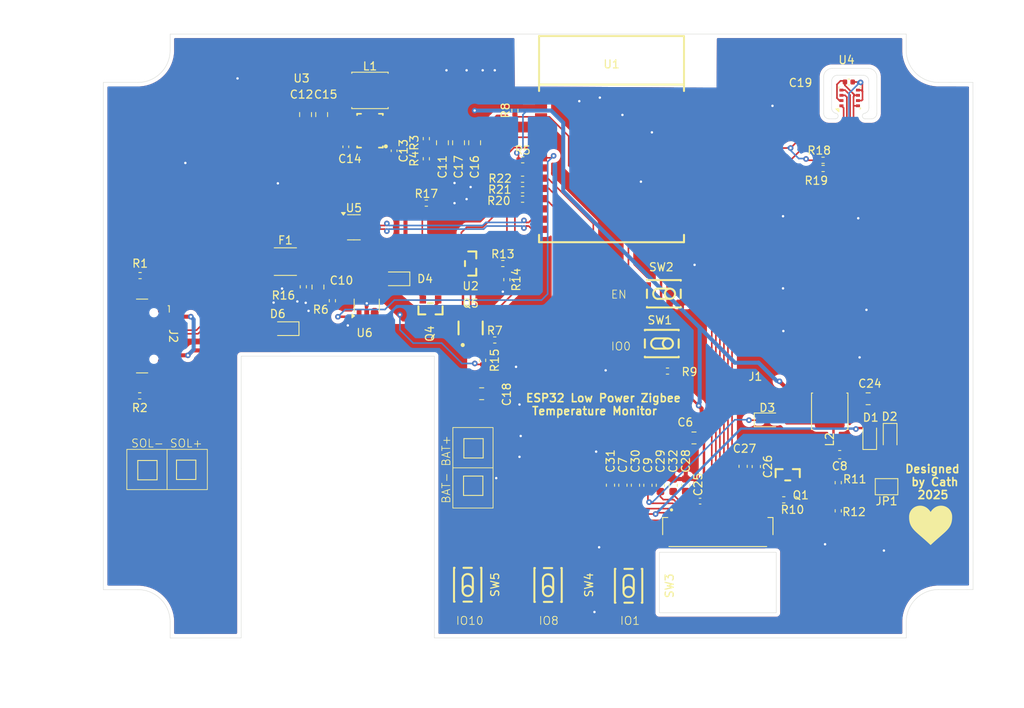
<source format=kicad_pcb>
(kicad_pcb (version 20241229) (generator "pcbnew") (generator_version "9.0")
  (layers (0 "F.Cu" signal) (2 "B.Cu" signal) (13 "F.Paste" user) (15 "B.Paste" user) (5 "F.SilkS" user "F.Silkscreen") (7 "B.SilkS" user "B.Silkscreen") (1 "F.Mask" user) (3 "B.Mask" user) (25 "Edge.Cuts" user))
  (net 0 "")
  (net 1 "VBATT")
  (net 2 "GND")
  (net 3 "+3.3V")
  (net 4 "VGL")
  (net 5 "EPD_V")
  (net 6 "Net-(D1-K)")
  (net 7 "VGH")
  (net 8 "VBUS")
  (net 9 "Net-(D4-K)")
  (net 10 "Net-(U3-VINA)")
  (net 11 "Net-(U3-PS{slash}SYNC)")
  (net 12 "Net-(J1-NC)")
  (net 13 "Net-(J1-VSH2)")
  (net 14 "Net-(J1-VDD)")
  (net 15 "Net-(J1-VSH)")
  (net 16 "Net-(J1-VSL)")
  (net 17 "Net-(J1-VCOM)")
  (net 18 "Net-(J1-VPP)")
  (net 19 "VSOLAR")
  (net 20 "Net-(F1-Pad1)")
  (net 21 "SCLK")
  (net 22 "DC")
  (net 23 "BUSYN")
  (net 24 "IO9")
  (net 25 "RESE")
  (net 26 "CS")
  (net 27 "RSTN")
  (net 28 "GDR")
  (net 29 "D-")
  (net 30 "Net-(J2-CC2)")
  (net 31 "D+")
  (net 32 "Net-(J2-CC1)")
  (net 33 "RESE'")
  (net 34 "Net-(U3-L1)")
  (net 35 "Net-(U3-L2)")
  (net 36 "BatteryLevelEN")
  (net 37 "Net-(U3-FB)")
  (net 38 "IO7")
  (net 39 "Net-(U6-PROG)")
  (net 40 "Net-(U2-DELAY{slash}M_DRV)")
  (net 41 "EN")
  (net 42 "BatteryLevelADC")
  (net 43 "TPS_EN")
  (net 44 "SDA")
  (net 45 "SCL")
  (net 47 "DONE")
  (net 49 "DU+")
  (net 50 "DU-")
  (net 56 "Net-(Q5-D)")
  (net 60 "BTN2")
  (net 61 "BTN1")
  (net 62 "BTN0")
  (footprint "Diode_SMD:D_SOD-323" (layer "F.Cu") (at 194.07 107.985 90)
    (property "Reference" "D1")
    (property "Value" "1N5819 SOD323")
  )
  (footprint "Capacitor_SMD:C_0603_1608Metric" (layer "F.Cu") (at 164.97 114.03 -90)
    (property "Reference" "C30")
    (property "Value" "1uF")
  )
  (footprint "easyeda2kicad:SOT-23_L2.9-W1.3-P1.90-LS2.4-BR" (layer "F.Cu") (at 144.5 86.5 180)
    (property "Reference" "Q5")
    (property "Value" "IRLML9301TRPBF")
  )
  (footprint "Resistor_SMD:R_0402_1005Metric" (layer "F.Cu") (at 127.33 91.12 -90)
    (property "Reference" "R6")
    (property "Value" "2K")
  )
  (footprint "Capacitor_SMD:C_0805_2012Metric" (layer "F.Cu") (at 143 71.5 -90)
    (property "Reference" "C17")
    (property "Value" "22uF")
  )
  (footprint "Diode_SMD:D_SOD-323" (layer "F.Cu") (at 196.6 107.9675 -90)
    (property "Reference" "D2")
    (property "Value" "1N5819 SOD323")
  )
  (footprint "Fuse:Fuse_1812_4532Metric" (layer "F.Cu") (at 121.4925 86.26)
    (property "Reference" "F1")
    (property "Value" "PFMF.050.1")
  )
  (footprint "Package_TO_SOT_SMD:SOT-23-5" (layer "F.Cu") (at 131.5975 91.71 90)
    (property "Reference" "U6")
    (property "Value" "MCP73831-2-OT")
  )
  (footprint "TestPoint:TestPoint_Pad_2.0x2.0mm" (layer "F.Cu") (at 109.17 112.12 -90)
    (property "Reference" "TP3" (hide yes))
    (property "Value" "Solar+")
  )
  (footprint "Resistor_SMD:R_0402_1005Metric" (layer "F.Cu") (at 190.1575 117.215 -90)
    (property "Reference" "R12")
    (property "Value" "2.2")
  )
  (footprint "Diode_SMD:D_SOD-323" (layer "F.Cu") (at 121.57 94.59 180)
    (property "Reference" "D6")
    (property "Value" "1N5819 SOD323")
  )
  (footprint "easyeda2kicad:SOT-23_L2.9-W1.3-P1.90-LS2.4-BR" (layer "F.Cu") (at 183.88 112.735 -90)
    (property "Reference" "Q1")
    (property "Value" "2N7002-SOT23")
  )
  (footprint "Capacitor_SMD:C_0603_1608Metric" (layer "F.Cu") (at 179.980556 111.710091 -90)
    (property "Reference" "C26")
    (property "Value" "1uF")
  )
  (footprint "fooprints_2:MOLEX_5034802400" (layer "F.Cu") (at 175.2 119.845)
    (property "Reference" "J1")
    (property "Value" "Conn_01x24_Pin")
  )
  (footprint "LOGO" (layer "F.Cu") (at 201.63 119.02)
    (property "Reference" "G***" (hide yes))
    (property "Value" "LOGO" (hide yes))
  )
  (footprint "Capacitor_SMD:C_0805_2012Metric" (layer "F.Cu") (at 145 71.5 -90)
    (property "Reference" "C16")
    (property "Value" "22uF")
  )
  (footprint "easyeda2kicad:VSON-14_L4.0-W3.0-P0.50-BL-EP_TI_DSJ" (layer "F.Cu") (at 132 70 90)
    (property "Reference" "U3")
    (property "Value" "TPS63020")
  )
  (footprint "easyeda2kicad:SOT-23_L2.9-W1.3-P1.90-LS2.4-BR" (layer "F.Cu") (at 139.517053 92.115632 90)
    (property "Reference" "Q4")
    (property "Value" "IRLML9301TRPBF")
  )
  (footprint "Capacitor_SMD:C_0603_1608Metric" (layer "F.Cu") (at 163.41 114.03 -90)
    (property "Reference" "C7")
    (property "Value" "1uF")
  )
  (footprint "Capacitor_SMD:C_0805_2012Metric" (layer "F.Cu") (at 125.54 89.42 -90)
    (property "Reference" "C10")
    (property "Value" "4.7uF")
  )
  (footprint "Resistor_SMD:R_0402_1005Metric" (layer "F.Cu") (at 103.4025 102.93)
    (property "Reference" "R2")
    (property "Value" "5.1K")
  )
  (footprint "easyeda2kicad:SW-SMD_4P-L4.2-W3.3-P2.15-LS5.1" (layer "F.Cu") (at 164.120092 126.521894 -90)
    (property "Reference" "SW3")
    (property "Value" "TS-1089S-02526")
  )
  (footprint "Resistor_SMD:R_0402_1005Metric" (layer "F.Cu") (at 188.27 73.675)
    (property "Reference" "R18")
    (property "Value" "10k")
  )
  (footprint "Jumper:SolderJumper-2_P1.3mm_Open_TrianglePad1.0x1.5mm" (layer "F.Cu") (at 196.1575 114.215 180)
    (property "Reference" "JP1")
    (property "Value" "Jumper_2_Open")
  )
  (footprint "Capacitor_SMD:C_0805_2012Metric" (layer "F.Cu") (at 193.87 103.295 180)
    (property "Reference" "C24")
    (property "Value" "10uF")
  )
  (footprint "Resistor_SMD:R_0402_1005Metric" (layer "F.Cu") (at 150.969249 73.614968)
    (property "Reference" "R5")
    (property "Value" "200R")
  )
  (footprint "Resistor_SMD:R_0402_1005Metric" (layer "F.Cu") (at 145.99 98.52 90)
    (property "Reference" "R15")
    (property "Value" "15K")
  )
  (footprint "Capacitor_SMD:C_0805_2012Metric" (layer "F.Cu") (at 141 71.5 -90)
    (property "Reference" "C11")
    (property "Value" "22uF")
  )
  (footprint "Resistor_SMD:R_0402_1005Metric" (layer "F.Cu") (at 150 67.49 90)
    (property "Reference" "R8")
    (property "Value" "10k")
  )
  (footprint "Resistor_SMD:R_0402_1005Metric" (layer "F.Cu") (at 147.5 96)
    (property "Reference" "R7")
    (property "Value" "22K")
  )
  (footprint "Diode_SMD:D_SOD-323" (layer "F.Cu") (at 135.3375 88.4 180)
    (property "Reference" "D4")
    (property "Value" "1N5819")
  )
  (footprint "Capacitor_SMD:C_0603_1608Metric" (layer "F.Cu") (at 169.66 114.04 -90)
    (property "Reference" "C32")
    (property "Value" "1uF")
  )
  (footprint "TestPoint:TestPoint_Pad_2.0x2.0mm" (layer "F.Cu") (at 144.86 109.45 180)
    (property "Reference" "TP2" (hide yes))
    (property "Value" "Battery+")
  )
  (footprint "Capacitor_SMD:C_0603_1608Metric" (layer "F.Cu") (at 171.22 114.03 -90)
    (property "Reference" "C28")
    (property "Value" "1uF")
  )
  (footprint "Capacitor_SMD:C_0603_1608Metric" (layer "F.Cu") (at 178.345456 111.684936 -90)
    (property "Reference" "C27")
    (property "Value" "1uF")
  )
  (footprint "TestPoint:TestPoint_Pad_2.0x2.0mm" (layer "F.Cu") (at 104.36 112.16 -90)
    (property "Reference" "TP4" (hide yes))
    (property "Value" "Solar-")
  )
  (footprint "Package_LGA:Bosch_LGA-8_2.5x2.5mm_P0.65mm_ClockwisePinNumbering" (layer "F.Cu") (at 191.58 65.935 90)
    (property "Reference" "U4")
    (property "Value" "BME280")
  )
  (footprint "easyeda2kicad:SW-SMD_4P-L4.2-W3.3-P2.15-LS5.1" (layer "F.Cu") (at 154.117124 126.422847 -90)
    (property "Reference" "SW4")
    (property "Value" "TS-1089S-02526")
  )
  (footprint "Resistor_SMD:R_0402_1005Metric" (layer "F.Cu") (at 148.5 86.5)
    (property "Reference" "R13")
    (property "Value" "100K")
  )
  (footprint "Capacitor_SMD:C_0402_1005Metric" (layer "F.Cu") (at 129 72 -90)
    (property "Reference" "C14")
    (property "Value" "100nF")
  )
  (footprint "Inductor_SMD:L_APV_ANR4030" (layer "F.Cu") (at 189.1 104.845 -90)
    (property "Reference" "L2")
    (property "Value" "68uH")
  )
  (footprint "Resistor_SMD:R_0402_1005Metric" (layer "F.Cu") (at 190.1575 113.715 90)
    (property "Reference" "R11")
    (property "Value" "0.47")
  )
  (footprint "easyeda2kicad:WIRELM-SMD_ESP32-C6-WROOM-1" (layer "F.Cu") (at 162 74)
    (property "Reference" "U1")
    (property "Value" "ESP32-C6-WROOM-1-N4")
  )
  (footprint "Capacitor_SMD:C_0805_2012Metric" (layer "F.Cu") (at 145.87 102.67)
    (property "Reference" "C18")
    (property "Value" "4.7uF")
  )
  (footprint "Resistor_SMD:R_0402_1005Metric" (layer "F.Cu") (at 150.95 76.03 180)
    (property "Reference" "R22")
    (property "Value" "10k")
  )
  (footprint "easyeda2kicad:SW-SMD_4P-L4.2-W3.3-P2.15-LS5.1" (layer "F.Cu") (at 168.497127 90.255699)
    (property "Reference" "SW2")
    (property "Value" "TS-1089S-02526")
  )
  (footprint "Package_TO_SOT_SMD:SOT-23-6" (layer "F.Cu") (at 130 82)
    (property "Reference" "U5")
    (property "Value" "USBLC6-2SC6")
  )
  (footprint "Resistor_SMD:R_0402_1005Metric" (layer "F.Cu") (at 150.96 77.33 180)
    (property "Reference" "R21")
    (property "Value" "10k")
  )
  (footprint "Resistor_SMD:R_0402_1005Metric" (layer "F.Cu") (at 139 70.99 -90)
    (property "Reference" "R3")
    (property "Value" "1M")
  )
  (footprint "Capacitor_SMD:C_0603_1608Metric" (layer "F.Cu") (at 190.34 110.235 180)
    (property "Reference" "C8")
    (property "Value" "1uF")
  )
  (footprint "Capacitor_SMD:C_0805_2012Metric" (layer "F.Cu") (at 124 68 90)
    (property "Reference" "C12")
    (property "Value" "22uF")
  )
  (footprint "Resistor_SMD:R_0402_1005Metric" (layer "F.Cu") (at 149 88.5 -90)
    (property "Reference" "R14")
    (property "Value" "100K")
  )
  (footprint "easyeda2kicad:SW-SMD_4P-L4.2-W3.3-P2.15-LS5.1" (layer "F.Cu") (at 144.136729 126.391405 -90)
    (property "Reference" "SW5")
    (property "Value" "TS-1089S-02526")
  )
  (footprint "Capacitor_SMD:C_0805_2012Metric" (layer "F.Cu") (at 172.24 108.16)
    (property "Reference" "C6")
    (property "Value" "4.7uF")
  )
  (footprint "Resistor_SMD:R_0402_1005Metric" (layer "F.Cu") (at 168.952709 99.859048)
    (property "Reference" "R9")
    (property "Value" "10k")
  )
  (footprint "Resistor_SMD:R_0402_1005Metric" (layer "F.Cu") (at 139 73.49 -90)
    (property "Reference" "R4")
    (property "Value" "180k")
  )
  (footprint "Capacitor_SMD:C_0603_1608Metric" (layer "F.Cu") (at 161.87 114.03 -90)
    (property "Reference" "C31")
    (property "Value" "1uF")
  )
  (footprint "Resistor_SMD:R_0402_1005Metric" (layer "F.Cu") (at 183.39 115.845 180)
    (property "Reference" "R10")
    (property "Value" "10k")
  )
  (footprint "Capacitor_SMD:C_0603_1608Metric" (layer "F.Cu") (at 166.52 114.04 -90)
    (property "Reference" "C9")
    (property "Value" "1uF")
  )
  (footprint "Capacitor_SMD:C_0603_1608Metric" (layer "F.Cu") (at 168.07 114.04 -90)
    (property "Reference" "C29")
    (property "Value" "1uF")
  )
  (footprint "Resistor_SMD:R_0402_1005Metric" (layer "F.Cu") (at 103.45 88 180)
    (property "Reference" "R1")
    (property "Value" "5.1K")
  )
  (footprint "easyeda2kicad:SW-SMD_4P-L4.2-W3.3-P2.15-LS5.1" (layer "F.Cu") (at 168.241088 96.436067)
    (property "Reference" "SW1")
    (property "Value" "TS-1089S-02526")
  )
  (footprint "Capacitor_SMD:C_0402_1005Metric" (layer "F.Cu") (at 191.47 63.955)
    (property "Reference" "C19")
    (property "Value" "100nF")
  )
  (footprint "Resistor_SMD:R_0402_1005Metric" (layer "F.Cu") (at 188.28 74.695 180)
    (property "Reference" "R19")
    (property "Value" "10k")
  )
  (footprint "TestPoint:TestPoint_Pad_2.0x2.0mm" (layer "F.Cu") (at 144.82 114.1 180)
    (property "Reference" "TP1" (hide yes))
    (property "Value" "Battery-")
  )
  (footprint "Resistor_SMD:R_0402_1005Metric" (layer "F.Cu") (at 150.95 78.51 180)
    (property "Reference" "R20")
    (property "Value" "10k")
  )
  (footprint "Capacitor_SMD:C_0805_2012Metric" (layer "F.Cu") (at 126 68 90)
    (property "Reference" "C15")
    (property "Value" "22uF")
  )
  (footprint "Connector_USB:USB_C_Receptacle_GCT_USB4110" (layer "F.Cu") (at 102.56 95.5 -90)
    (property "Reference" "J2")
    (property "Value" "USB_C_Receptacle_USB2.0_14P")
  )
  (footprint "easyeda2kicad:TSOT-23-6_L2.9-W1.6-P0.95-LS2.8-BL" (layer "F.Cu") (at 144.5 94.5)
    (property "Reference" "U2")
    (property "Value" "TPL5111DDCR")
  )
  (footprint "Diode_SMD:D_SOD-323" (layer "F.Cu") (at 181.34 105.915)
    (property "Reference" "D3")
    (property "Value" "1N5819 SOD323")
  )
  (footprint "Resistor_SMD:R_0402_1005Metric" (layer "F.Cu") (at 139 79)
    (property "Reference" "R17")
    (property "Value" "100k")
  )
  (footprint "Capacitor_SMD:C_0402_1005Metric" (layer "F.Cu") (at 173 116.01)
    (property "Reference" "C25")
    (property "Value" "100nF")
  )
  (footprint "Inductor_SMD:L_APV_ANR4030" (layer "F.Cu") (at 132 65)
    (property "Reference" "L1")
    (property "Value" "1.5uH")
  )
  (footprint "Capacitor_SMD:C_0402_1005Metric" (layer "F.Cu") (at 135 72.5 -90)
    (property "Reference" "C13")
    (property "Value" "100nF")
  )
  (footprint "Resistor_SMD:R_0402_1005Metric" (layer "F.Cu") (at 123.72 89.39 -90)
    (property "Reference" "R16")
    (property "Value" "100K")
  )
  (gr_line (start 106.8 109.58) (end 106.8 114.58) (stroke (width 0.1)) (layer "F.SilkS"))
  (gr_line (start 142.29 111.87) (end 147.29 111.87) (stroke (width 0.1)) (layer "F.SilkS"))
  (gr_rect (start 142.29 106.87) (end 147.29 116.87) (stroke (width 0.1)) (fill no) (layer "F.SilkS"))
  (gr_rect (start 101.8 109.58) (end 111.8 114.58) (stroke (width 0.1)) (fill no) (layer "F.SilkS"))
  (gr_line (start 189.79 68.532767) (end 189.05 68.532767) (stroke (width 0.05)) (layer "Edge.Cuts"))
  (gr_line (start 140 98) (end 116 98) (stroke (width 0.05)) (layer "Edge.Cuts"))
  (gr_line (start 193.957107 63.82566) (end 193.97 67.155) (stroke (width 0.05)) (layer "Edge.Cuts"))
  (gr_line (start 198.61 133) (end 140 133) (stroke (width 0.05)) (layer "Edge.Cuts"))
  (gr_arc (start 189.342893 63.82566) (mid 189.550847 63.323614) (end 190.052893 63.11566) (stroke (width 0.05)) (layer "Edge.Cuts"))
  (gr_line (start 198.61 130.9975) (end 198.61 133) (stroke (width 0.05)) (layer "Edge.Cuts"))
  (gr_line (start 182.45 122.37) (end 182.45 129.87) (stroke (width 0.05)) (layer "Edge.Cuts"))
  (gr_line (start 189.403553 62.265) (end 193.896447 62.265) (stroke (width 0.05)) (layer "Edge.Cuts"))
  (gr_arc (start 193.97 67.155) (mid 193.84228 67.563136) (end 193.504688 67.82566) (stroke (width 0.05)) (layer "Edge.Cuts"))
  (gr_arc (start 107.18 60.0025) (mid 106.006963 62.834463) (end 103.175 64.0075) (stroke (width 0.05)) (layer "Edge.Cuts"))
  (gr_line (start 98.89 64.01) (end 103.175 64.0075) (stroke (width 0.05)) (layer "Edge.Cuts"))
  (gr_arc (start 189.79 67.825659) (mid 190.143554 68.179213) (end 189.79 68.532767) (stroke (width 0.05)) (layer "Edge.Cuts"))
  (gr_line (start 107.18 133.01) (end 116 133) (stroke (width 0.05)) (layer "Edge.Cuts"))
  (gr_line (start 116 112) (end 116 133) (stroke (width 0.05)) (layer "Edge.Cuts"))
  (gr_line (start 98.89 64.01) (end 98.89 127) (stroke (width 0.05)) (layer "Edge.Cuts"))
  (gr_line (start 189.342893 63.82566) (end 189.324688 67.154999) (stroke (width 0.05)) (layer "Edge.Cuts"))
  (gr_line (start 206.89 64.0075) (end 202.605 64.005) (stroke (width 0.05)) (layer "Edge.Cuts"))
  (gr_arc (start 202.605 64.005) (mid 199.773037 62.831963) (end 198.6 60) (stroke (width 0.05)) (layer "Edge.Cuts"))
  (gr_arc (start 103.175 127.0025) (mid 106.006963 128.175537) (end 107.18 131.0075) (stroke (width 0.05)) (layer "Edge.Cuts"))
  (gr_line (start 190.05 63.118553) (end 193.25 63.118553) (stroke (width 0.05)) (layer "Edge.Cuts"))
  (gr_arc (start 193.247107 63.11566) (mid 193.749153 63.323614) (end 193.957107 63.82566) (stroke (width 0.05)) (layer "Edge.Cuts"))
  (gr_arc (start 193.896447 62.265) (mid 194.646447 62.57566) (end 194.957107 63.32566) (stroke (width 0.05)) (layer "Edge.Cuts"))
  (gr_line (start 116 98) (end 116 112) (stroke (width 0.05)) (layer "Edge.Cuts"))
  (gr_line (start 167.95 122.37) (end 182.45 122.37) (stroke (width 0.05)) (layer "Edge.Cuts"))
  (gr_line (start 107.18 60.0025) (end 107.18 58) (stroke (width 0.05)) (layer "Edge.Cuts"))
  (gr_arc (start 198.61 130.9975) (mid 199.783037 128.165537) (end 202.615 126.9925) (stroke (width 0.05)) (layer "Edge.Cuts"))
  (gr_line (start 198.6 60) (end 198.6 57.9975) (stroke (width 0.05)) (layer "Edge.Cuts"))
  (gr_line (start 206.9 126.99) (end 202.615 126.9925) (stroke (width 0.05)) (layer "Edge.Cuts"))
  (gr_line (start 188.342893 63.32566) (end 188.342893 67.82566) (stroke (width 0.05)) (layer "Edge.Cuts"))
  (gr_line (start 107.18 131.0075) (end 107.18 133.01) (stroke (width 0.05)) (layer "Edge.Cuts"))
  (gr_arc (start 188.342893 63.32566) (mid 188.653553 62.57566) (end 189.403553 62.265) (stroke (width 0.05)) (layer "Edge.Cuts"))
  (gr_arc (start 189.79 67.825659) (mid 189.452408 67.563135) (end 189.324688 67.154999) (stroke (width 0.05)) (layer "Edge.Cuts"))
  (gr_line (start 167.95 122.37) (end 167.95 129.87) (stroke (width 0.05)) (layer "Edge.Cuts"))
  (gr_line (start 194.957107 63.32566) (end 194.957107 67.82566) (stroke (width 0.05)) (layer "Edge.Cuts"))
  (gr_line (start 167.95 129.87) (end 182.45 129.87) (stroke (width 0.05)) (layer "Edge.Cuts"))
  (gr_line (start 140 133) (end 140 98) (stroke (width 0.05)) (layer "Edge.Cuts"))
  (gr_arc (start 193.504741 68.532768) (mid 193.151187 68.179214) (end 193.504741 67.82566) (stroke (width 0.05)) (layer "Edge.Cuts"))
  (gr_line (start 193.51 68.532767) (end 194.25 68.532767) (stroke (width 0.05)) (layer "Edge.Cuts"))
  (gr_arc (start 189.05 68.532767) (mid 188.55 68.32566) (end 188.342893 67.82566) (stroke (width 0.05)) (layer "Edge.Cuts"))
  (gr_line (start 206.89 64.0075) (end 206.899785 126.9925) (stroke (width 0.05)) (layer "Edge.Cuts"))
  (gr_line (start 107.18 58) (end 198.6 57.9975) (stroke (width 0.05)) (layer "Edge.Cuts"))
  (gr_arc (start 194.957107 67.82566) (mid 194.75 68.32566) (end 194.25 68.532767) (stroke (width 0.05)) (layer "Edge.Cuts"))
  (gr_line (start 98.89 127) (end 103.175 127.0025) (stroke (width 0.05)) (layer "Edge.Cuts"))
  (gr_text "SOL- SOL+" (at 102.28 109.41 0) (layer "F.SilkS") (effects (font (size 1 1) (thickness 0.1)) (justify left bottom)))
  (gr_text "IO10         IO8          IO1" (at 142.61 131.45 0) (layer "F.SilkS") (effects (font (size 1 1) (thickness 0.1)) (justify left bottom)))
  (gr_text "ESP32 Low Power Zigbee\n Temperature Monitor" (at 151.26 105.4 0) (layer "F.SilkS") (effects (font (size 1 1) (thickness 0.2) (bold yes)) (justify left bottom)))
  (gr_text "Designed \n by Cath\n  2025\n\n\n" (at 198.36 119.04 0) (layer "F.SilkS") (effects (font (size 1 1) (thickness 0.2) (bold yes)) (justify left bottom)))
  (gr_text "BAT- BAT+" (at 142.05 116.38 90) (layer "F.SilkS") (effects (font (size 1 1) (thickness 0.1)) (justify left bottom)))
  (gr_text "EN\n\n\n\nIO0" (at 161.86 97.37 0) (layer "F.SilkS") (effects (font (size 1 1) (thickness 0.1)) (justify left bottom)))
  (segment (start 132.5475 93.9075) (end 132.5475 92.8475) (width 0.5) (layer "F.Cu") (net 1))
  (segment (start 132.57 93.93) (end 132.5475 93.9075) (width 0.5) (layer "F.Cu") (net 1))
  (segment (start 132.5475 93.509999) (end 132.5475 92.8475) (width 0.5) (layer "F.Cu") (net 1))
  (segment (start 143.55 87.65) (end 143.35 87.45) (width 0.3) (layer "F.Cu") (net 1))
  (segment (start 139.517053 93.265632) (end 139.517053 95.649963) (width 0.5) (layer "F.Cu") (net 1))
  (segment (start 132.57 95.01) (end 132.57 93.93) (width 0.5) (layer "F.Cu") (net 1))
  (segment (start 143.55 93.3) (end 143.55 87.65) (width 0.3) (layer "F.Cu") (net 1))
  (segment (start 143.46 95.79) (end 143.55 95.7) (width 0.5) (layer "F.Cu") (net 1))
  (segment (start 139.517053 95.649963) (end 139.869228 96.002138) (width 0.5) (layer "F.Cu") (net 1))
  (segment (start 193.17 65.148) (end 193.156 65.134) (width 0.2) (layer "F.Cu") (net 2))
  (segment (start 133 71) (end 132 70) (width 0.2) (layer "F.Cu") (net 2))
  (segment (start 191.95 63.955) (end 192.88 63.955) (width 0.2) (layer "F.Cu") (net 2))
  (segment (start 144.5 95.7) (end 144.5 95.173) (width 0.2) (layer "F.Cu") (net 2))
  (segment (start 190.828 69.267) (end 190.828 67.183) (width 0.2) (layer "F.Cu") (net 2))
  (segment (start 193.156 65.134) (end 192.982 64.96) (width 0.2) (layer "F.Cu") (net 2))
  (segment (start 177.45 119.81) (end 177.18 120.08) (width 0.3) (layer "F.Cu") (net 2))
  (segment (start 192.88 63.955) (end 192.89 63.965) (width 0.2) (layer "F.Cu") (net 2))
  (segment (start 193.156 64.231) (end 193.156 65.134) (width 0.2) (layer "F.Cu") (net 2))
  (segment (start 129.524999 82) (end 130 81.524999) (width 0.2) (layer "F.Cu") (net 2))
  (segment (start 193.156 66.159) (end 193.17 66.145) (width 0.2) (layer "F.Cu") (net 2))
  (segment (start 177.45 118.345) (end 177.45 119.81) (width 0.3) (layer "F.Cu") (net 2))
  (segment (start 149 89.01) (end 149 89.5) (width 0.2) (layer "F.Cu") (net 2))
  (segment (start 192.89 63.965) (end 192.93 64.005) (width 0.2) (layer "F.Cu") (net 2))
  (segment (start 145.173 94.5) (end 146.5 94.5) (width 0.2) (layer "F.Cu") (net 2))
  (segment (start 144.5 95.173) (end 145.173 94.5) (width 0.2) (layer "F.Cu") (net 2))
  (segment (start 192.982 64.96) (end 192.605 64.96) (width 0.2) (layer "F.Cu") (net 2))
  (segment (start 190.828 67.183) (end 190.555 66.91) (width 0.2) (layer "F.Cu") (net 2))
  (segment (start 131.5975 93.509999) (end 130.919738 94.187761) (width 0.3) (layer "F.Cu") (net 2))
  (segment (start 193.055 66.26) (end 193.156 66.159) (width 0.2) (layer "F.Cu") (net 2))
  (segment (start 130.919738 94.187761) (end 129.247875 94.187761) (width 0.3) (layer "F.Cu") (net 2))
  (segment (start 133.45 71) (end 133 71) (width 0.2) (layer "F.Cu") (net 2))
  (segment (start 149 89.5) (end 148.5 90) (width 0.2) (layer "F.Cu") (net 2))
  (segment (start 172.95 118.345) (end 172.95 119.48) (width 0.3) (layer "F.Cu") (net 2))
  (segment (start 128.8625 82) (end 129.524999 82) (width 0.2) (layer "F.Cu") (net 2))
  (segment (start 193.17 66.145) (end 193.17 65.148) (width 0.2) (layer "F.Cu") (net 2))
  (segment (start 190.2 69.895) (end 190.828 69.267) (width 0.2) (layer "F.Cu") (net 2))
  (segment (start 131.5975 92.8475) (end 131.5975 93.509999) (width 0.3) (layer "F.Cu") (net 2))
  (segment (start 192.605 66.26) (end 193.055 66.26) (width 0.2) (layer "F.Cu") (net 2))
  (segment (start 172.95 119.48) (end 172.51 119.92) (width 0.3) (layer "F.Cu") (net 2))
  (segment (start 130 81.524999) (end 130 79) (width 0.2) (layer "F.Cu") (net 2))
  (segment (start 192.93 64.005) (end 193.156 64.231) (width 0.2) (layer "F.Cu") (net 2))
  (via (at 181.99 66.915) (size 0.7) (drill 0.3) (layers "F.Cu" "B.Cu") (net 2))
  (via (at 165.65 76.335) (size 0.7) (drill 0.3) (layers "F.Cu" "B.Cu") (net 2))
  (via (at 172.315021 86.666052) (size 0.7) (drill 0.3) (layers "F.Cu" "B.Cu") (net 2))
  (via (at 147.68 113.15) (size 0.7) (drill 0.3) (layers "F.Cu" "B.Cu") (net 2))
  (via (at 147.5 62.5) (size 0.7) (drill 0.3) (layers "F.Cu" "B.Cu") (net 2))
  (via (at 120.03 91.35) (size 0.7) (drill 0.3) (layers "F.Cu" "B.Cu") (net 2))
  (via (at 160.46 121.74) (size 0.7) (drill 0.3) (layers "F.Cu" "B.Cu") (net 2))
  (via (at 150.14 99.33) (size 0.7) (drill 0.3) (layers "F.Cu" "B.Cu") (net 2))
  (via (at 183.3 80.625) (size 0.7) (drill 0.3) (layers "F.Cu" "B.Cu") (net 2))
  (via (at 124.37 92.38) (size 0.7) (drill 0.3) (layers "F.Cu" "B.Cu") (net 2))
  (via (at 157.995672 66.334858) (size 0.7) (drill 0.3) (layers "F.Cu" "B.Cu") (net 2))
  (via (at 192.93 64.005) (size 0.7) (drill 0.3) (layers "F.Cu" "B.Cu") (net 2))
  (via (at 160.09 109.865) (size 0.7) (drill 0.3) (layers "F.Cu" "B.Cu") (net 2))
  (via (at 142.5 79) (size 0.7) (drill 0.3) (layers "F.Cu" "B.Cu") (net 2))
  (via (at 150.57 110.51) (size 0.7) (drill 0.3) (layers "F.Cu" "B.Cu") (net 2))
  (via (at 183.3 89.585) (size 0.7) (drill 0.3) (layers "F.Cu" "B.Cu") (net 2))
  (via (at 188.52 121.365) (size 0.7) (drill 0.3) (layers "F.Cu" "B.Cu") (net 2))
  (via (at 150.57 104.01) (size 0.7) (drill 0.3) (layers "F.Cu" "B.Cu") (net 2))
  (via (at 146 62.5) (size 0.7) (drill 0.3) (layers "F.Cu" "B.Cu") (net 2))
  (via (at 131.6 91.44) (size 0.7) (drill 0.3) (layers "F.Cu" "B.Cu") (net 2))
  (via (at 144 62.5) (size 0.7) (drill 0.3) (layers "F.Cu" "B.Cu") (net 2))
  (via (at 161.27 99.765) (size 0.7) (drill 0.3) (layers "F.Cu" "B.Cu") (net 2))
  (via (at 150.72 107.92) (size 0.7) (drill 0.3) (layers "F.Cu" "B.Cu") (net 2))
  (via (at 124.02 91.38) (size 0.7) (drill 0.3) (layers "F.Cu" "B.Cu") (net 2))
  (via (at 120.56 76.54) (size 0.7) (drill 0.3) (layers "F.Cu" "B.Cu") (net 2))
  (via (at 195.83 122.15) (size 0.7) (drill 0.3) (layers "F.Cu" "B.Cu") (net 2))
  (via (at 192.81 98.155) (size 0.7) (drill 0.3) (layers "F.Cu" "B.Cu") (net 2))
  (via (at 192.64 80.875) (size 0.7) (drill 0.3) (layers "F.Cu" "B.Cu") (net 2))
  (via (at 141.5 62.5) (size 0.7) (drill 0.3) (layers "F.Cu" "B.Cu") (net 2))
  (via (at 144.5 77) (size 0.7) (drill 0.3) (layers "F.Cu" "B.Cu") (net 2))
  (via (at 183.34 94.885) (size 0.7) (drill 0.3) (layers "F.Cu" "B.Cu") (net 2))
  (via (at 122.98 91.21) (size 0.7) (drill 0.3) (layers "F.Cu" "B.Cu") (net 2))
  (via (at 159.88 129.78) (size 0.7) (drill 0.3) (layers "F.Cu" "B.Cu") (net 2))
  (via (at 144 78.5) (size 0.7) (drill 0.3) (layers "F.Cu" "B.Cu") (net 2))
  (via (at 121.08 89.61) (size 0.7) (drill 0.3) (layers "F.Cu" "B.Cu") (net 2))
  (via (at 109.07 74.01) (size 0.7) (drill 0.3) (layers "F.Cu" "B.Cu") (net 2))
  (via (at 193.66 92.255) (size 0.7) (drill 0.3) (layers "F.Cu" "B.Cu") (net 2))
  (via (at 163.353767 68.045424) (size 0.7) (drill 0.3) (layers "F.Cu" "B.Cu") (net 2))
  (via (at 148.5 90) (size 0.7) (drill 0.3) (layers "F.Cu" "B.Cu") (net 2))
  (via (at 167.013875 70.208786) (size 0.7) (drill 0.3) (layers "F.Cu" "B.Cu") (net 2))
  (via (at 115.55 63.51) (size 0.7) (drill 0.3) (layers "F.Cu" "B.Cu") (net 2))
  (via (at 129.247875 94.187761) (size 0.7) (drill 0.3) (layers "F.Cu" "B.Cu") (net 2))
  (via (at 142.5 76.5) (size 0.7) (drill 0.3) (layers "F.Cu" "B.Cu") (net 2))
  (via (at 160.55 65.895) (size 0.7) (drill 0.3) (layers "F.Cu" "B.Cu") (net 2))
  (segment (start 191.71 65.14) (end 191.49 65.36) (width 0.2) (layer "B.Cu") (net 2))
  (segment (start 191.49 65.36) (end 191.49 69.49) (width 0.2) (layer "B.Cu") (net 2))
  (segment (start 192.58 63.95) (end 192.58 64.27) (width 0.2) (layer "B.Cu") (net 2))
  (segment (start 192.58 64.27) (end 191.71 65.14) (width 0.2) (layer "B.Cu") (net 2))
  (segment (start 173.94 118.37) (end 173.94 116.47) (width 0.3) (layer "F.Cu") (net 3))
  (segment (start 192.054 71.351) (end 192.054 65.784) (width 0.2) (layer "F.Cu") (net 3))
  (segment (start 189.1 73.355) (end 190.15 72.305) (width 0.5) (layer "F.Cu") (net 3))
  (segment (start 169.462709 100.782709) (end 172.82 104.14) (width 0.3) (layer "F.Cu") (net 3))
  (segment (start 173.19 104.51) (end 172.82 104.14) (width 0.5) (layer "F.Cu") (net 3))
  (segment (start 190.98 63.815) (end 190.44 63.815) (width 0.2) (layer "F.Cu") (net 3))
  (segment (start 190.44 63.815) (end 190 64.255) (width 0.2) (layer "F.Cu") (net 3))
  (segment (start 173.19 108.16) (end 173.19 104.51) (width 0.5) (layer "F.Cu") (net 3))
  (segment (start 189.1 103.345) (end 189.1 73.355) (width 0.5) (layer "F.Cu") (net 3))
  (segment (start 173.47 116.12) (end 173.58 116.01) (width 0.3) (layer "F.Cu") (net 3))
  (segment (start 150.23962 72.75) (end 150.41 72.75) (width 0.2) (layer "F.Cu") (net 3))
  (segment (start 150.44 77.34) (end 150.45 77.33) (width 0.2) (layer "F.Cu") (net 3))
  (segment (start 150.44 78.51) (end 150.44 77.34) (width 0.2) (layer "F.Cu") (net 3))
  (segment (start 169.462709 99.859048) (end 169.462709 100.782709) (width 0.3) (layer "F.Cu") (net 3))
  (segment (start 189.1 103.345) (end 193.045 103.345) (width 0.3) (layer "F.Cu") (net 3))
  (segment (start 150.41 72.75) (end 150.45 72.79) (width 0.2) (layer "F.Cu") (net 3))
  (segment (start 192.09 65.784) (end 192.09 65.472) (width 0.2) (layer "F.Cu") (net 3))
  (segment (start 150.45 74.77) (end 150.45 76.02) (width 0.2) (layer "F.Cu") (net 3))
  (segment (start 173.48 108.45) (end 173.19 108.16) (width 0.3) (layer "F.Cu") (net 3))
  (segment (start 173.94 116.47) (end 173.48 116.01) (width 0.3) (layer "F.Cu") (net 3))
  (segment (start 185.08 103.345) (end 189.1 103.345) (width 0.5) (layer "F.Cu") (net 3))
  (segment (start 192.605 65.61) (end 192.228 65.61) (width 0.2) (layer "F.Cu") (net 3))
  (segment (start 182.86 101.125) (end 185.08 103.345) (width 0.5) (layer "F.Cu") (net 3))
  (segment (start 150.44 76.03) (end 150.44 77.32) (width 0.2) (layer "F.Cu") (net 3))
  (segment (start 190 64.255) (end 190 65.955) (width 0.2) (layer "F.Cu") (net 3))
  (segment (start 192.054 65.784) (end 192.09 65.784) (width 0.2) (layer "F.Cu") (net 3))
  (segment (start 153.25 67.01) (end 150.03 67.01) (width 0.5) (layer "F.Cu") (net 3))
  (segment (start 193.045 103.345) (end 193.095 103.295) (width 0.3) (layer "F.Cu") (net 3))
  (segment (start 173.47 118.4) (end 173.47 116.12) (width 0.3) (layer "F.Cu") (net 3))
  (segment (start 192.09 65.472) (end 191.9815 65.3635) (width 0.2) (layer "F.Cu") (net 3))
  (segment (start 190 65.955) (end 190.305 66.26) (width 0.2) (layer "F.Cu") (net 3))
  (segment (start 173.48 116.01) (end 173.48 108.45) (width 0.3) (layer "F.Cu") (net 3))
  (segment (start 191.1 72.305) (end 192.054 71.351) (width 0.2) (layer "F.Cu") (net 3))
  (segment (start 190.15 72.305) (end 191.1 72.305) (width 0.5) (layer "F.Cu") (net 3))
  (segment (start 192.228 65.61) (end 191.9815 65.3635) (width 0.2) (layer "F.Cu") (net 3))
  (segment (start 191.9815 65.3635) (end 190.98 64.362) (width 0.2) (layer "F.Cu") (net 3))
  (segment (start 192.605 66.91) (end 192.155 66.91) (width 0.2) (layer "F.Cu") (net 3))
  (segment (start 150.44 77.32) (end 150.45 77.33) (width 0.2) (layer "F.Cu") (net 3))
  (segment (start 190.305 66.26) (end 190.555 66.26) (width 0.2) (layer "F.Cu") (net 3))
  (segment (start 190.98 64.362) (end 190.98 63.815) (width 0.2) (layer "F.Cu") (net 3))
  (segment (start 150.45 76.02) (end 150.44 76.03) (width 0.2) (layer "F.Cu") (net 3))
  (segment (start 150.45 72.79) (end 150.45 74.77) (width 0.2) (layer "F.Cu") (net 3))
  (via (at 145 67.5) (size 0.7) (drill 0.3) (layers "F.Cu" "B.Cu") (net 3))
  (via (at 182.86 101.125) (size 0.7) (drill 0.3) (layers "F.Cu" "B.Cu") (net 3))
  (via (at 150.23962 72.75) (size 0.7) (drill 0.3) (layers "F.Cu" "B.Cu") (net 3))
  (via (at 172.82 104.14) (size 0.7) (drill 0.3) (layers "F.Cu" "B.Cu") (net 3))
  (segment (start 154.5 67.5) (end 151.5 67.5) (width 0.5) (layer "B.Cu") (net 3))
  (segment (start 151 68) (end 151.5 67.5) (width 0.2) (layer "B.Cu") (net 3))
  (segment (start 150.23962 72.75) (end 151 71.98962) (width 0.2) (layer "B.Cu") (net 3))
  (segment (start 172.82 103.865) (end 172.95 103.735) (width 0.5) (layer "B.Cu") (net 3))
  (segment (start 172.95 94.45) (end 156 77.5) (width 0.5) (layer "B.Cu") (net 3))
  (segment (start 180.26 98.82) (end 182.51 101.07) (width 0.5) (layer "B.Cu") (net 3))
  (segment (start 172.82 104.14) (end 172.82 103.865) (width 0.5) (layer "B.Cu") (net 3))
  (segment (start 172.95 94.45) (end 177.32 98.82) (width 0.5) (layer "B.Cu") (net 3))
  (segment (start 172.95 103.735) (end 172.95 94.45) (width 0.5) (layer "B.Cu") (net 3))
  (segment (start 151.5 67.5) (end 145 67.5) (width 0.5) (layer "B.Cu") (net 3))
  (segment (start 156 77.5) (end 156 69) (width 0.5) (layer "B.Cu") (net 3))
  (segment (start 177.32 98.82) (end 180.26 98.82) (width 0.5) (layer "B.Cu") (net 3))
  (segment (start 156 69) (end 154.5 67.5) (width 0.5) (layer "B.Cu") (net 3))
  (segment (start 151 71.98962) (end 151 68) (width 0.2) (layer "B.Cu") (net 3))
  (segment (start 167.47 117.61) (end 164.11 117.61) (width 0.2) (layer "F.Cu") (net 4))
  (segment (start 194.07 106.935) (end 192.47 106.935) (width 0.3) (layer "F.Cu") (net 4))
  (segment (start 164.11 117.61) (end 163.41 116.91) (width 0.2) (layer "F.Cu") (net 4))
  (segment (start 163.41 116.91) (end 163.41 114.805) (width 0.2) (layer "F.Cu") (net 4))
  (segment (start 192.47 106.935) (end 192.35 107.055) (width 0.3) (layer "F.Cu") (net 4))
  (segment (start 167.63 117.45) (end 169.622 117.45) (width 0.2) (layer "F.Cu") (net 4))
  (segment (start 169.97 117.798) (end 169.97 118.4) (width 0.2) (layer "F.Cu") (net 4))
  (segment (start 167.47 117.61) (end 167.63 117.45) (width 0.2) (layer "F.Cu") (net 4))
  (segment (start 169.622 117.45) (end 169.97 117.798) (width 0.2) (layer "F.Cu") (net 4))
  (via (at 192.35 107.055) (size 0.7) (drill 0.3) (layers "F.Cu" "B.Cu") (net 4))
  (via (at 167.47 117.61) (size 0.7) (drill 0.3) (layers "F.Cu" "B.Cu") (net 4))
  (segment (start 178.08 107) (end 192.295 107) (width 0.3) (layer "B.Cu") (net 4))
  (segment (start 192.295 107) (end 192.35 107.055) (width 0.3) (layer "B.Cu") (net 4))
  (segment (start 167.47 117.61) (end 178.08 107) (width 0.3) (layer "B.Cu") (net 4))
  (segment (start 183.74 106.345) (end 189.1 106.345) (width 0.3) (layer "F.Cu") (net 5))
  (segment (start 183.88 111.585) (end 186.59 111.585) (width 0.3) (layer "F.Cu") (net 5))
  (segment (start 186.59 111.585) (end 187.94 110.235) (width 0.3) (layer "F.Cu") (net 5))
  (segment (start 182.39 105.915) (end 183.31 105.915) (width 0.3) (layer "F.Cu") (net 5))
  (segment (start 183.31 105.915) (end 183.74 106.345) (width 0.3) (layer "F.Cu") (net 5))
  (segment (start 189.565 106.81) (end 189.1 106.345) (width 0.3) (layer "F.Cu") (net 5))
  (segment (start 189.565 110.235) (end 189.565 106.81) (width 0.3) (layer "F.Cu") (net 5))
  (segment (start 187.94 110.235) (end 189.565 110.235) (width 0.3) (layer "F.Cu") (net 5))
  (segment (start 194.0875 109.0175) (end 194.07 109.035) (width 0.3) (layer "F.Cu") (net 6))
  (segment (start 194.07 109.905) (end 193.74 110.235) (width 0.3) (layer "F.Cu") (net 6))
  (segment (start 194.07 109.035) (end 194.07 109.905) (width 0.3) (layer "F.Cu") (net 6))
  (segment (start 193.74 110.235) (end 191.115 110.235) (width 0.3) (layer "F.Cu") (net 6))
  (segment (start 196.6 109.0175) (end 194.0875 109.0175) (width 0.3) (layer "F.Cu") (net 6))
  (segment (start 179.07 105.955) (end 180.25 105.955) (width 0.2) (layer "F.Cu") (net 7))
  (segment (start 180.25 105.955) (end 180.29 105.915) (width 0.2) (layer "F.Cu") (net 7))
  (segment (start 166.52 115.99) (end 166.52 114.815) (width 0.2) (layer "F.Cu") (net 7))
  (segment (start 170.97 117.6429) (end 169.6071 116.28) (width 0.2) (layer "F.Cu") (net 7))
  (segment (start 169.6071 116.28) (end 166.81 116.28) (width 0.2) (layer "F.Cu") (net 7))
  (segment (start 166.81 116.28) (end 166.665 116.135) (width 0.2) (layer "F.Cu") (net 7))
  (segment (start 166.665 116.135) (end 166.52 115.99) (width 0.2) (layer "F.Cu") (net 7))
  (segment (start 170.97 118.4) (end 170.97 117.6429) (width 0.2) (layer "F.Cu") (net 7))
  (via (at 166.665 116.135) (size 0.7) (drill 0.3) (layers "F.Cu" "B.Cu") (net 7))
  (via (at 179.07 105.955) (size 0.7) (drill 0.3) (layers "F.Cu" "B.Cu") (net 7))
  (segment (start 177.325 105.9) (end 179.015 105.9) (width 0.2) (layer "B.Cu") (net 7))
  (segment (start 167.09 116.135) (end 177.325 105.9) (width 0.2) (layer "B.Cu") (net 7))
  (segment (start 179.015 105.9) (end 179.07 105.955) (width 0.2) (layer "B.Cu") (net 7))
  (segment (start 166.665 116.135) (end 167.09 116.135) (width 0.2) (layer "B.Cu") (net 7))
  (segment (start 130.09 82.385001) (end 130.09 85.55) (width 0.2) (layer "F.Cu") (net 8))
  (segment (start 140.467053 90.965632) (end 140.467053 91.345912) (width 0.3) (layer "F.Cu") (net 8))
  (segment (start 145.14 99.03) (end 145.99 99.03) (width 0.2) (layer "F.Cu") (net 8))
  (segment (start 140.467053 91.345912) (end 139.802147 92.010818) (width 0.3) (layer "F.Cu") (net 8))
  (segment (start 138.703695 92.153365) (end 136.640954 92.153365) (width 0.3) (layer "F.Cu") (net 8))
  (segment (start 136.640954 92.153365) (end 136.573873 92.220446) (width 0.3) (layer "F.Cu") (net 8))
  (segment (start 131.1375 82) (end 130.475001 82) (width 0.2) (layer "F.Cu") (net 8))
  (segment (start 145.02 98.91) (end 145.14 99.03) (width 0.2) (layer "F.Cu") (net 8))
  (segment (start 139.6596 92.153365) (end 138.703695 92.153365) (width 0.3) (layer "F.Cu") (net 8))
  (segment (start 130.475001 82) (end 130.09 82.385001) (width 0.2) (layer "F.Cu") (net 8))
  (segment (start 139.802147 92.010818) (end 139.6596 92.153365) (width 0.3) (layer "F.Cu") (net 8))
  (via (at 135.72 92.85) (size 0.7) (drill 0.3) (layers "F.Cu" "B.Cu") (net 8))
  (via (at 145.02 98.91) (size 0.7) (drill 0.3) (layers "F.Cu" "B.Cu") (net 8))
  (segment (start 137.37 96.38) (end 140.9 96.38) (width 0.2) (layer "B.Cu") (net 8))
  (segment (start 135.72 92.85) (end 135.72 94.73) (width 0.2) (layer "B.Cu") (net 8))
  (segment (start 140.9 96.38) (end 143.43 98.91) (width 0.2) (layer "B.Cu") (net 8))
  (segment (start 135.72 94.73) (end 137.37 96.38) (width 0.2) (layer "B.Cu") (net 8))
  (segment (start 143.43 98.91) (end 145.02 98.91) (width 0.2) (layer "B.Cu") (net 8))
  (segment (start 125 75.5) (end 125 73) (width 0.5) (layer "F.Cu") (net 9))
  (segment (start 138.567053 90.965632) (end 138.567053 90.579553) (width 0.5) (layer "F.Cu") (net 9))
  (segment (start 127 77.5) (end 125 75.5) (width 0.5) (layer "F.Cu") (net 9))
  (segment (start 136.41 78.57) (end 135.34 77.5) (width 0.5) (layer "F.Cu") (net 9))
  (segment (start 136.41 88.32) (end 136.41 78.57) (width 0.5) (layer "F.Cu") (net 9))
  (segment (start 135.34 77.5) (end 127 77.5) (width 0.5) (layer "F.Cu") (net 9))
  (segment (start 136.35 88.38) (end 136.41 88.32) (width 0.5) (layer "F.Cu") (net 9))
  (segment (start 138.567053 90.579553) (end 136.3875 88.4) (width 0.5) (layer "F.Cu") (net 9))
  (segment (start 134.48 71.5) (end 135 72.02) (width 0.2) (layer "F.Cu") (net 10))
  (segment (start 133.45 71.5) (end 134.48 71.5) (width 0.2) (layer "F.Cu") (net 10))
  (segment (start 129.52 71) (end 130.55 71) (width 0.2) (layer "F.Cu") (net 11))
  (segment (start 129 71.52) (end 129.52 71) (width 0.2) (layer "F.Cu") (net 11))
  (segment (start 179.95 115.74) (end 179.95 112.745) (width 0.3) (layer "F.Cu") (net 12))
  (segment (start 179.45 116.24) (end 179.95 115.74) (width 0.3) (layer "F.Cu") (net 12))
  (segment (start 179.45 118.345) (end 179.45 116.24) (width 0.3) (layer "F.Cu") (net 12))
  (segment (start 178.44 115.78) (end 178.44 112.745) (width 0.3) (layer "F.Cu") (net 13))
  (segment (start 178.95 118.345) (end 178.95 116.29) (width 0.3) (layer "F.Cu") (net 13))
  (segment (start 178.95 116.29) (end 178.67 116.01) (width 0.3) (layer "F.Cu") (net 13))
  (segment (start 178.67 116.01) (end 178.44 115.78) (width 0.3) (layer "F.Cu") (net 13))
  (segment (start 172.47 118.4) (end 172.47 116.89755) (width 0.2) (layer "F.Cu") (net 14))
  (segment (start 172.47 116.89755) (end 171.22 115.64755) (width 0.2) (layer "F.Cu") (net 14))
  (segment (start 171.22 115.64755) (end 171.22 114.805) (width 0.2) (layer "F.Cu") (net 14))
  (segment (start 171.47 117.5758) (end 171.47 118.4) (width 0.2) (layer "F.Cu") (net 15))
  (segment (start 168.07 115.46) (end 168.43 115.82) (width 0.2) (layer "F.Cu") (net 15))
  (segment (start 168.43 115.82) (end 169.7142 115.82) (width 0.2) (layer "F.Cu") (net 15))
  (segment (start 169.7142 115.82) (end 171.47 117.5758) (width 0.2) (layer "F.Cu") (net 15))
  (segment (start 168.07 114.815) (end 168.07 115.46) (width 0.2) (layer "F.Cu") (net 15))
  (segment (start 165.42 116.94) (end 169.7 116.94) (width 0.2) (layer "F.Cu") (net 16))
  (segment (start 164.97 116.49) (end 165.42 116.94) (width 0.2) (layer "F.Cu") (net 16))
  (segment (start 164.97 114.805) (end 164.97 116.49) (width 0.2) (layer "F.Cu") (net 16))
  (segment (start 170.47 117.71) (end 170.47 118.4) (width 0.2) (layer "F.Cu") (net 16))
  (segment (start 169.7 116.94) (end 170.47 117.71) (width 0.2) (layer "F.Cu") (net 16))
  (segment (start 169.47 118.4) (end 167.33 118.4) (width 0.2) (layer "F.Cu") (net 17))
  (segment (start 161.81 117.35) (end 162.86 118.4) (width 0.2) (layer "F.Cu") (net 17))
  (segment (start 162.86 118.4) (end 167.33 118.4) (width 0.2) (layer "F.Cu") (net 17))
  (segment (start 161.81 114.825) (end 161.81 117.35) (width 0.2) (layer "F.Cu") (net 17))
  (segment (start 169.66 114.815) (end 169.66 115.19) (width 0.2) (layer "F.Cu") (net 18))
  (segment (start 171.97 117.5) (end 171.97 118.4) (width 0.2) (layer "F.Cu") (net 18))
  (segment (start 169.66 115.19) (end 171.97 117.5) (width 0.2) (layer "F.Cu") (net 18))
  (segment (start 116.59 94.57) (end 120.5 94.57) (width 0.5) (layer "F.Cu") (net 19))
  (segment (start 109.17 101.99) (end 116.59 94.57) (width 0.5) (layer "F.Cu") (net 19))
  (segment (start 109.17 112.12) (end 109.17 101.99) (width 0.5) (layer "F.Cu") (net 19))
  (segment (start 120.5 94.57) (end 120.52 94.59) (width 0.5) (layer "F.Cu") (net 19))
  (segment (start 109.75 93.1) (end 106.24 93.1) (width 0.5) (layer "F.Cu") (net 20))
  (segment (start 110 97.29) (end 111.68 97.29) (width 0.5) (layer "F.Cu") (net 20))
  (segment (start 111.68 97.29) (end 113.74 95.23) (width 0.5) (layer "F.Cu") (net 20))
  (segment (start 109.39 97.9) (end 106.24 97.9) (width 0.5) (layer "F.Cu") (net 20))
  (segment (start 113.74 90.24) (end 117.72 86.26) (width 0.5) (layer "F.Cu") (net 20))
  (segment (start 113.74 95.23) (end 113.74 90.24) (width 0.5) (layer "F.Cu") (net 20))
  (segment (start 117.72 86.26) (end 119.355 86.26) (width 0.5) (layer "F.Cu") (net 20))
  (segment (start 109.39 97.9) (end 110 97.29) (width 0.5) (layer "F.Cu") (net 20))
  (via (at 109.75 93.1) (size 0.7) (drill 0.3) (layers "F.Cu" "B.Cu") (net 20))
  (via (at 109.39 97.9) (size 0.7) (drill 0.3) (layers "F.Cu" "B.Cu") (net 20))
  (segment (start 109.39 97.9) (end 110.1 97.19) (width 0.5) (layer "B.Cu") (net 20))
  (segment (start 110.1 97.19) (end 110.1 93.45) (width 0.5) (layer "B.Cu") (net 20))
  (segment (start 110.1 93.45) (end 109.75 93.1) (width 0.5) (layer "B.Cu") (net 20))
  (segment (start 173.34 81.08) (end 173.34 81.045) (width 0.2) (layer "F.Cu") (net 21))
  (segment (start 173.34 81.045) (end 171.1 81.045) (width 0.2) (layer "F.Cu") (net 21))
  (segment (start 174.96 82.7) (end 173.34 81.08) (width 0.2) (layer "F.Cu") (net 21))
  (segment (start 174.96 118.41) (end 174.96 82.7) (width 0.2) (layer "F.Cu") (net 21))
  (segment (start 174.29 78.495) (end 171.1 78.495) (width 0.2) (layer "F.Cu") (net 22))
  (segment (start 175.96 80.165) (end 174.29 78.495) (width 0.2) (layer "F.Cu") (net 22))
  (segment (start 175.96 118.41) (end 175.96 80.165) (width 0.2) (layer "F.Cu") (net 22))
  (segment (start 176.97 77.675) (end 175.25 75.955) (width 0.2) (layer "F.Cu") (net 23))
  (segment (start 175.25 75.955) (end 171.1 75.955) (width 0.2) (layer "F.Cu") (net 23))
  (segment (start 176.97 118.4) (end 176.97 77.675) (width 0.2) (layer "F.Cu") (net 23))
  (segment (start 165.991088 95.356067) (end 168.151928 93.195227) (width 0.3) (layer "F.Cu") (net 24))
  (segment (start 168.442709 96.690962) (end 167.107814 95.356067) (width 0.3) (layer "F.Cu") (net 24))
  (segment (start 168.151928 83.977617) (end 168.15436 83.975185) (width 0.3) (layer "F.Cu") (net 24))
  (segment (start 169.653147 82.25) (end 170.75 82.25) (width 0.3) (layer "F.Cu") (net 24))
  (segment (start 173.1 82.305) (end 171.1 82.305) (width 0.2) (layer "F.Cu") (net 24))
  (segment (start 174.45 118.4) (end 174.45 83.655) (width 0.2) (layer "F.Cu") (net 24))
  (segment (start 168.151928 93.195227) (end 168.151928 83.977617) (width 0.3) (layer "F.Cu") (net 24))
  (segment (start 174.45 83.655) (end 173.1 82.305) (width 0.2) (layer "F.Cu") (net 24))
  (segment (start 168.442709 99.859048) (end 168.442709 96.690962) (width 0.3) (layer "F.Cu") (net 24))
  (segment (start 174.46 118.41) (end 174.45 118.4) (width 0.2) (layer "F.Cu") (net 24))
  (segment (start 168.15436 83.975185) (end 168.15436 83.748787) (width 0.3) (layer "F.Cu") (net 24))
  (segment (start 168.15436 83.748787) (end 169.653147 82.25) (width 0.3) (layer "F.Cu") (net 24))
  (segment (start 167.107814 95.356067) (end 165.991088 95.356067) (width 0.3) (layer "F.Cu") (net 24))
  (segment (start 184.83 113.885) (end 187.04 113.885) (width 0.3) (layer "F.Cu") (net 25))
  (segment (start 180.96 114.335) (end 182.34 112.955) (width 0.2) (layer "F.Cu") (net 25))
  (segment (start 180.96 116.22) (end 180.96 114.335) (width 0.2) (layer "F.Cu") (net 25))
  (segment (start 179.95 118.345) (end 179.95 117.23) (width 0.2) (layer "F.Cu") (net 25))
  (segment (start 187.04 113.885) (end 187.72 113.205) (width 0.3) (layer "F.Cu") (net 25))
  (segment (start 183.9 112.955) (end 184.83 113.885) (width 0.2) (layer "F.Cu") (net 25))
  (segment (start 190.1475 113.205) (end 190.1375 113.215) (width 0.2) (layer "F.Cu") (net 25))
  (segment (start 182.34 112.955) (end 183.9 112.955) (width 0.2) (layer "F.Cu") (net 25))
  (segment (start 179.95 117.23) (end 180.96 116.22) (width 0.2) (layer "F.Cu") (net 25))
  (segment (start 187.72 113.205) (end 190.1575 113.205) (width 0.3) (layer "F.Cu") (net 25))
  (segment (start 173.56 79.765) (end 171.1 79.765) (width 0.2) (layer "F.Cu") (net 26))
  (segment (start 175.46 81.665) (end 173.56 79.765) (width 0.2) (layer "F.Cu") (net 26))
  (segment (start 175.46 118.41) (end 175.46 81.665) (width 0.2) (layer "F.Cu") (net 26))
  (segment (start 176.46 78.665) (end 175.02 77.225) (width 0.2) (layer "F.Cu") (net 27))
  (segment (start 175.02 77.225) (end 171.1 77.225) (width 0.2) (layer "F.Cu") (net 27))
  (segment (start 176.46 118.41) (end 176.46 78.665) (width 0.2) (layer "F.Cu") (net 27))
  (segment (start 182.93 115.655) (end 182.93 113.885) (width 0.3) (layer "F.Cu") (net 28))
  (segment (start 181.353 116.84) (end 182.54 116.84) (width 0.2) (layer "F.Cu") (net 28))
  (segment (start 180.45 118.345) (end 180.45 117.743) (width 0.2) (layer "F.Cu") (net 28))
  (segment (start 182.54 116.84) (end 182.88 116.5) (width 0.2) (layer "F.Cu") (net 28))
  (segment (start 180.45 117.743) (end 181.353 116.84) (width 0.2) (layer "F.Cu") (net 28))
  (segment (start 182.88 116.5) (end 182.88 115.845) (width 0.2) (layer "F.Cu") (net 28))
  (segment (start 111.385 93.846802) (end 111.385 83.156802) (width 0.2) (layer "F.Cu") (net 29))
  (segment (start 120.926802 81.725) (end 127.193749 81.725) (width 0.2) (layer "F.Cu") (net 29))
  (segment (start 127.868749 81.05) (end 128.8625 81.05) (width 0.2) (layer "F.Cu") (net 29))
  (segment (start 106.24 95.75) (end 105.631176 95.75) (width 0.2) (layer "F.Cu") (net 29))
  (segment (start 106.24 94.75) (end 107.102501 94.75) (width 0.2) (layer "F.Cu") (net 29))
  (segment (start 107.127501 94.775) (end 110.456802 94.775) (width 0.2) (layer "F.Cu") (net 29))
  (segment (start 105.364 94.919176) (end 105.533176 94.75) (width 0.2) (layer "F.Cu") (net 29))
  (segment (start 105.364 95.482824) (end 105.364 94.919176) (width 0.2) (layer "F.Cu") (net 29))
  (segment (start 120.916802 81.735) (end 120.926802 81.725) (width 0.2) (layer "F.Cu") (net 29))
  (segment (start 107.102501 94.75) (end 107.127501 94.775) (width 0.2) (layer "F.Cu") (net 29))
  (segment (start 110.456802 94.775) (end 111.385 93.846802) (width 0.2) (layer "F.Cu") (net 29))
  (segment (start 127.193749 81.725) (end 127.868749 81.05) (width 0.2) (layer "F.Cu") (net 29))
  (segment (start 105.533176 94.75) (end 106.24 94.75) (width 0.2) (layer "F.Cu") (net 29))
  (segment (start 111.385 83.156802) (end 112.806802 81.735) (width 0.2) (layer "F.Cu") (net 29))
  (segment (start 105.631176 95.75) (end 105.364 95.482824) (width 0.2) (layer "F.Cu") (net 29))
  (segment (start 112.806802 81.735) (end 120.916802 81.735) (width 0.2) (layer "F.Cu") (net 29))
  (segment (start 103.9025 97.53) (end 103.9025 102.92) (width 0.2) (layer "F.Cu") (net 30))
  (segment (start 106.4475 97.28) (end 104.1525 97.28) (width 0.2) (layer "F.Cu") (net 30))
  (segment (start 103.9025 102.92) (end 103.9125 102.93) (width 0.2) (layer "F.Cu") (net 30))
  (segment (start 104.1525 97.28) (end 103.9025 97.53) (width 0.2) (layer "F.Cu") (net 30))
  (segment (start 110.643198 95.225) (end 111.835 94.033198) (width 0.2) (layer "F.Cu") (net 31))
  (segment (start 127.868749 82.95) (end 128.8625 82.95) (width 0.2) (layer "F.Cu") (net 31))
  (segment (start 107.127501 95.225) (end 110.643198 95.225) (width 0.2) (layer "F.Cu") (net 31))
  (segment (start 112.993198 82.185) (end 121.103198 82.185) (width 0.2) (layer "F.Cu") (net 31))
  (segment (start 107.102501 95.25) (end 107.127501 95.225) (width 0.2) (layer "F.Cu") (net 31))
  (segment (start 127.093749 82.175) (end 127.868749 82.95) (width 0.2) (layer "F.Cu") (net 31))
  (segment (start 111.835 94.033198) (end 111.835 83.343198) (width 0.2) (layer "F.Cu") (net 31))
  (segment (start 107.116 95.517176) (end 106.848824 95.25) (width 0.2) (layer "F.Cu") (net 31))
  (segment (start 106.848824 95.25) (end 106.24 95.25) (width 0.2) (layer "F.Cu") (net 31))
  (segment (start 107.116 95.982824) (end 107.116 95.517176) (width 0.2) (layer "F.Cu") (net 31))
  (segment (start 106.24 95.25) (end 107.102501 95.25) (width 0.2) (layer "F.Cu") (net 31))
  (segment (start 106.24 96.25) (end 106.848824 96.25) (width 0.2) (layer "F.Cu") (net 31))
  (segment (start 121.113198 82.175) (end 127.093749 82.175) (width 0.2) (layer "F.Cu") (net 31))
  (segment (start 121.103198 82.185) (end 121.113198 82.175) (width 0.2) (layer "F.Cu") (net 31))
  (segment (start 111.835 83.343198) (end 112.993198 82.185) (width 0.2) (layer "F.Cu") (net 31))
  (segment (start 106.848824 96.25) (end 107.116 95.982824) (width 0.2) (layer "F.Cu") (net 31))
  (segment (start 104.02 88.06) (end 104.02 92.692) (width 0.2) (layer "F.Cu") (net 32))
  (segment (start 103.96 88) (end 104.02 88.06) (width 0.2) (layer "F.Cu") (net 32))
  (segment (start 104.02 92.692) (end 105.578 94.25) (width 0.2) (layer "F.Cu") (net 32))
  (segment (start 105.578 94.25) (end 106.555 94.25) (width 0.2) (layer "F.Cu") (net 32))
  (segment (start 195.4325 114.215) (end 190.1675 114.215) (width 0.2) (layer "F.Cu") (net 33))
  (segment (start 190.1575 116.705) (end 190.1575 114.225) (width 0.2) (layer "F.Cu") (net 33))
  (segment (start 147.5 80.5) (end 147.5 72.5) (width 0.2) (layer "F.Cu") (net 36))
  (segment (start 144 82) (end 146 82) (width 0.2) (layer "F.Cu") (net 36))
  (segment (start 146 82) (end 147.5 80.5) (width 0.2) (layer "F.Cu") (net 36))
  (segment (start 149.18 70.82) (end 153.25 70.82) (width 0.2) (layer "F.Cu") (net 36))
  (segment (start 143.35 85.55) (end 143.35 82.65) (width 0.2) (layer "F.Cu") (net 36))
  (segment (start 147.5 72.5) (end 149.18 70.82) (width 0.2) (layer "F.Cu") (net 36))
  (segment (start 143.35 82.65) (end 144 82) (width 0.2) (layer "F.Cu") (net 36))
  (segment (start 133.45 70.5) (end 136 70.5) (width 0.2) (layer "F.Cu") (net 37))
  (segment (start 137 71.5) (end 139 71.5) (width 0.2) (layer "F.Cu") (net 37))
  (segment (start 139 72.98) (end 139 71.5) (width 0.2) (layer "F.Cu") (net 37))
  (segment (start 136 70.5) (end 137 71.5) (width 0.2) (layer "F.Cu") (net 37))
  (segment (start 151.479249 73.614968) (end 153.005032 73.614968) (width 0.2) (layer "F.Cu") (net 38))
  (segment (start 130.385 93.11) (end 130.6475 92.8475) (width 0.3) (layer "F.Cu") (net 38))
  (segment (start 153.005032 73.614968) (end 153.25 73.37) (width 0.2) (layer "F.Cu") (net 38))
  (segment (start 153.25 73.37) (end 154.561422 73.37) (width 0.2) (layer "F.Cu") (net 38))
  (segment (start 128.02 93.11) (end 130.385 93.11) (width 0.3) (layer "F.Cu") (net 38))
  (segment (start 154.561422 73.37) (end 154.8089 73.122522) (width 0.2) (layer "F.Cu") (net 38))
  (via (at 128.02 93.11) (size 0.7) (drill 0.3) (layers "F.Cu" "B.Cu") (net 38))
  (via (at 154.8089 73.122522) (size 0.7) (drill 0.3) (layers "F.Cu" "B.Cu") (net 38))
  (segment (start 128.92 92.21) (end 128.02 93.11) (width 0.2) (layer "B.Cu") (net 38))
  (segment (start 154.07 73.861422) (end 154.07 90.28) (width 0.2) (layer "B.Cu") (net 38))
  (segment (start 135.03 91.04) (end 133.86 92.21) (width 0.2) (layer "B.Cu") (net 38))
  (segment (start 133.86 92.21) (end 128.92 92.21) (width 0.2) (layer "B.Cu") (net 38))
  (segment (start 154.8089 73.122522) (end 154.07 73.861422) (width 0.2) (layer "B.Cu") (net 38))
  (segment (start 153.31 91.04) (end 135.03 91.04) (width 0.2) (layer "B.Cu") (net 38))
  (segment (start 154.07 90.28) (end 153.31 91.04) (width 0.2) (layer "B.Cu") (net 38))
  (segment (start 127.33 90.61) (end 127.43 90.51) (width 0.3) (layer "F.Cu") (net 39))
  (segment (start 130.585 90.51) (end 130.6475 90.5725) (width 0.3) (layer "F.Cu") (net 39))
  (segment (start 127.43 90.51) (end 130.585 90.51) (width 0.3) (layer "F.Cu") (net 39))
  (segment (start 145.75 96) (end 145.45 95.7) (width 0.2) (layer "F.Cu") (net 40))
  (segment (start 146.99 96) (end 145.75 96) (width 0.2) (layer "F.Cu") (net 40))
  (segment (start 145.45 97.47) (end 145.45 95.7) (width 0.3) (layer "F.Cu") (net 40))
  (segment (start 145.99 98.01) (end 145.45 97.47) (width 0.3) (layer "F.Cu") (net 40))
  (segment (start 156.68 70.68) (end 154.28 68.28) (width 0.2) (layer "F.Cu") (net 41))
  (segment (start 164.1 86.895) (end 164.1 81.75) (width 0.2) (layer "F.Cu") (net 41))
  (segment (start 166.35 89.145) (end 164.1 86.895) (width 0.2) (layer "F.Cu") (net 41))
  (segment (start 164.1 81.75) (end 156.68 74.33) (width 0.2) (layer "F.Cu") (net 41))
  (segment (start 156.68 74.33) (end 156.68 70.68) (width 0.2) (layer "F.Cu") (net 41))
  (segment (start 153.25 68.28) (end 150.28 68.28) (width 0.2) (layer "F.Cu") (net 41))
  (segment (start 154.28 68.28) (end 153.25 68.28) (width 0.2) (layer "F.Cu") (net 41))
  (segment (start 149.01 72.99) (end 149.9 72.1) (width 0.2) (layer "F.Cu") (net 42))
  (segment (start 149.01 86.5) (end 149.01 72.99) (width 0.2) (layer "F.Cu") (net 42))
  (segment (start 149.01 87.98) (end 149 87.99) (width 0.2) (layer "F.Cu") (net 42))
  (segment (start 149.01 86.5) (end 149.01 87.98) (width 0.2) (layer "F.Cu") (net 42))
  (segment (start 149.9 72.1) (end 153.25 72.1) (width 0.2) (layer "F.Cu") (net 42))
  (segment (start 144.5 90.5) (end 144.5 93.3) (width 0.2) (layer "F.Cu") (net 43))
  (segment (start 142 86.5) (end 138.5 83) (width 0.2) (layer "F.Cu") (net 43))
  (segment (start 143.902 86.5) (end 142 86.5) (width 0.2) (layer "F.Cu") (net 43))
  (segment (start 138.5 76.5) (end 138 76) (width 0.2) (layer "F.Cu") (net 43))
  (segment (start 128.5 70.5) (end 130.55 70.5) (width 0.2) (layer "F.Cu") (net 43))
  (segment (start 144.5 90.5) (end 144.5 87.098) (width 0.2) (layer "F.Cu") (net 43))
  (segment (start 128 71) (end 128.5 70.5) (width 0.2) (layer "F.Cu") (net 43))
  (segment (start 138.5 83) (end 138.5 76.5) (width 0.2) (layer "F.Cu") (net 43))
  (segment (start 144.5 87.098) (end 143.902 86.5) (width 0.2) (layer "F.Cu") (net 43))
  (segment (start 129.5 76) (end 128 74.5) (width 0.2) (layer "F.Cu") (net 43))
  (segment (start 138 76) (end 129.5 76) (width 0.2) (layer "F.Cu") (net 43))
  (segment (start 128 74.5) (end 128 71) (width 0.2) (layer "F.Cu") (net 43))
  (segment (start 186.32 73.675) (end 186.16 73.515) (width 0.2) (layer "F.Cu") (net 44))
  (segment (start 184.24 72.155) (end 185.16 71.235) (width 0.2) (layer "F.Cu") (net 44))
  (segment (start 191.229 70.116) (end 191.229 65.834) (width 0.2) (layer "F.Cu") (net 44))
  (segment (start 185.16 71.235) (end 190.11 71.235) (width 0.2) (layer "F.Cu") (net 44))
  (segment (start 191.005 65.61) (end 190.555 65.61) (width 0.2) (layer "F.Cu") (net 44))
  (segment (start 190.11 71.235) (end 191.229 70.116) (width 0.2) (layer "F.Cu") (net 44))
  (segment (start 171.1 72.155) (end 184.24 72.155) (width 0.2) (layer "F.Cu") (net 44))
  (segment (start 187.76 73.675) (end 186.32 73.675) (width 0.2) (layer "F.Cu") (net 44))
  (segment (start 191.229 65.834) (end 191.005 65.61) (width 0.2) (layer "F.Cu") (net 44))
  (via (at 184.24 72.155) (size 0.7) (drill 0.3) (layers "F.Cu" "B.Cu") (net 44))
  (via (at 186.16 73.515) (size 0.7) (drill 0.3) (layers "F.Cu" "B.Cu") (net 44))
  (segment (start 185.25 73.46) (end 183.89 72.1) (width 0.2) (layer "B.Cu") (net 44))
  (segment (start 185.81 73.46) (end 185.25 73.46) (width 0.2) (layer "B.Cu") (net 44))
  (segment (start 187.77 74.695) (end 187.76 74.685) (width 0.2) (layer "F.Cu") (net 45))
  (segment (start 183.21 74.685) (end 186.18 71.715) (width 0.2) (layer "F.Cu") (net 45))
  (segment (start 191.005 64.96) (end 190.555 64.96) (width 0.2) (layer "F.Cu") (net 45))
  (segment (start 171.1 74.685) (end 183.21 74.685) (width 0.2) (layer "F.Cu") (net 45))
  (segment (start 186.18 71.715) (end 190.51 71.715) (width 0.2) (layer "F.Cu") (net 45))
  (segment (start 187.76 74.685) (end 185.84 74.685) (width 0.2) (layer "F.Cu") (net 45))
  (segment (start 190.51 71.715) (end 191.63 70.595) (width 0.2) (layer "F.Cu") (net 45))
  (segment (start 191.63 65.585) (end 191.005 64.96) (width 0.2) (layer "F.Cu") (net 45))
  (segment (start 191.63 70.595) (end 191.63 65.585) (width 0.2) (layer "F.Cu") (net 45))
  (segment (start 185.84 74.685) (end 183.21 74.685) (width 0.2) (layer "F.Cu") (net 45))
  (segment (start 153.25 79.71) (end 150.79 79.71) (width 0.2) (layer "F.Cu") (net 47))
  (segment (start 150 90) (end 146.7 93.3) (width 0.2) (layer "F.Cu") (net 47))
  (segment (start 146.7 93.3) (end 145.45 93.3) (width 0.2) (layer "F.Cu") (net 47))
  (segment (start 150.79 79.71) (end 150 80.5) (width 0.2) (layer "F.Cu") (net 47))
  (segment (start 150 80.5) (end 150 90) (width 0.2) (layer "F.Cu") (net 47))
  (segment (start 151.719999 81.845) (end 151.5 81.845) (width 0.2) (layer "F.Cu") (net 49))
  (segment (start 151.499999 81.845001) (end 151.374999 81.845001) (width 0.2) (layer "F.Cu") (net 49))
  (segment (start 133.847563 82.225001) (end 134.097562 82.475) (width 0.2) (layer "F.Cu") (net 49))
  (segment (start 131.1375 82.95) (end 132.131251 82.95) (width 0.2) (layer "F.Cu") (net 49))
  (segment (start 153.25 82.25) (end 152.124999 82.25) (width 0.2) (layer "F.Cu") (net 49))
  (segment (start 132.856251 82.225) (end 133 82.225) (width 0.2) (layer "F.Cu") (net 49))
  (segment (start 133.000001 82.225001) (end 133.847563 82.225001) (width 0.2) (layer "F.Cu") (net 49))
  (segment (start 133 82.225) (end 133.000001 82.225001) (width 0.2) (layer "F.Cu") (net 49))
  (segment (start 132.131251 82.95) (end 132.856251 82.225) (width 0.2) (layer "F.Cu") (net 49))
  (segment (start 151.5 81.845) (end 151.499999 81.845001) (width 0.2) (layer "F.Cu") (net 49))
  (segment (start 152.124999 82.25) (end 151.719999 81.845) (width 0.2) (layer "F.Cu") (net 49))
  (segment (start 151.374999 81.845001) (end 151.125 82.095) (width 0.2) (layer "F.Cu") (net 49))
  (via (at 151.125 82.095) (size 0.7) (drill 0.3) (layers "F.Cu" "B.Cu") (net 49))
  (via (at 134.097562 82.475) (size 0.7) (drill 0.3) (layers "F.Cu" "B.Cu") (net 49))
  (segment (start 134.097562 82.475) (end 134.347562 82.225) (width 0.2) (layer "B.Cu") (net 49))
  (segment (start 150.875 81.845) (end 151.125 82.095) (width 0.2) (layer "B.Cu") (net 49))
  (segment (start 146.12 82.225) (end 146.5 81.845) (width 0.2) (layer "B.Cu") (net 49))
  (segment (start 146.5 81.845) (end 150.875 81.845) (width 0.2) (layer "B.Cu") (net 49))
  (segment (start 134.347562 82.225) (end 146.12 82.225) (width 0.2) (layer "B.Cu") (net 49))
  (segment (start 151.5 81.395) (end 151.499999 81.394999) (width 0.2) (layer "F.Cu") (net 50))
  (segment (start 132.856251 81.775) (end 133 81.775) (width 0.2) (layer "F.Cu") (net 50))
  (segment (start 133 81.775) (end 133.000001 81.774999) (width 0.2) (layer "F.Cu") (net 50))
  (segment (start 152.124999 80.99) (end 151.719999 81.395) (width 0.2) (layer "F.Cu") (net 50))
  (segment (start 151.719999 81.395) (end 151.5 81.395) (width 0.2) (layer "F.Cu") (net 50))
  (segment (start 153.25 80.99) (end 152.124999 80.99) (width 0.2) (layer "F.Cu") (net 50))
  (segment (start 133.000001 81.774999) (end 133.847563 81.774999) (width 0.2) (layer "F.Cu") (net 50))
  (segment (start 151.374999 81.394999) (end 151.125 81.145) (width 0.2) (layer "F.Cu") (net 50))
  (segment (start 132.131251 81.05) (end 132.856251 81.775) (width 0.2) (layer "F.Cu") (net 50))
  (segment (start 151.499999 81.394999) (end 151.374999 81.394999) (width 0.2) (layer "F.Cu") (net 50))
  (segment (start 131.1375 81.05) (end 132.131251 81.05) (width 0.2) (layer "F.Cu") (net 50))
  (segment (start 133.847563 81.774999) (end 134.097562 81.525) (width 0.2) (layer "F.Cu") (net 50))
  (via (at 151.125 81.145) (size 0.7) (drill 0.3) (layers "F.Cu" "B.Cu") (net 50))
  (via (at 134.097562 81.525) (size 0.7) (drill 0.3) (layers "F.Cu" "B.Cu") (net 50))
  (segment (start 146.3829 81.395) (end 146.5 81.395) (width 0.2) (layer "B.Cu") (net 50))
  (segment (start 146.5 81.395) (end 150.875 81.395) (width 0.2) (layer "B.Cu") (net 50))
  (segment (start 134.347562 81.775) (end 146.0029 81.775) (width 0.2) (layer "B.Cu") (net 50))
  (segment (start 134.097562 81.525) (end 134.347562 81.775) (width 0.2) (layer "B.Cu") (net 50))
  (segment (start 146.0029 81.775) (end 146.3829 81.395) (width 0.2) (layer "B.Cu") (net 50))
  (segment (start 150.875 81.395) (end 151.125 81.145) (width 0.2) (layer "B.Cu") (net 50))
  (segment (start 145.65 86.5) (end 147.99 86.5) (width 0.2) (layer "F.Cu") (net 56))
  (segment (start 153.18 78.51) (end 153.25 78.44) (width 0.2) (layer "F.Cu") (net 60))
  (segment (start 155.17 79.828) (end 155.17 112.55) (width 0.2) (layer "F.Cu") (net 60))
  (segment (start 151.46 78.51) (end 153.18 78.51) (width 0.2) (layer "F.Cu") (net 60))
  (segment (start 153.25 78.44) (end 153.782 78.44) (width 0.2) (layer "F.Cu") (net 60))
  (segment (start 155.17 112.55) (end 145.23 122.49) (width 0.2) (layer "F.Cu") (net 60))
  (segment (start 145.23 122.49) (end 145.23 124.24) (width 0.2) (layer "F.Cu") (net 60))
  (segment (start 153.782 78.44) (end 155.17 79.828) (width 0.2) (layer "F.Cu") (net 60))
  (segment (start 154.2 77.17) (end 153.25 77.17) (width 0.2) (layer "F.Cu") (net 61))
  (segment (start 155.23 124.24) (end 155.23 114.72) (width 0.2) (layer "F.Cu") (net 61))
  (segment (start 156.11 113.84) (end 156.11 79.08) (width 0.2) (layer "F.Cu") (net 61))
  (segment (start 151.63 77.17) (end 151.47 77.33) (width 0.2) (layer "F.Cu") (net 61))
  (segment (start 156.11 79.08) (end 154.2 77.17) (width 0.2) (layer "F.Cu") (net 61))
  (segment (start 155.23 114.72) (end 156.11 113.84) (width 0.2) (layer "F.Cu") (net 61))
  (segment (start 153.25 77.17) (end 151.63 77.17) (width 0.2) (layer "F.Cu") (net 61))
  (segment (start 159.74 81.563) (end 159.74 90.165) (width 0.2) (layer "F.Cu") (net 62))
  (segment (start 153.25 75.9) (end 151.59 75.9) (width 0.2) (layer "F.Cu") (net 62))
  (segment (start 159.74 90.165) (end 158.92 90.985) (width 0.2) (layer "F.Cu") (net 62))
  (segment (start 158.92 90.985) (end 158.92 117.03) (width 0.2) (layer "F.Cu") (net 62))
  (segment (start 153.25 75.9) (end 153.782 75.9) (width 0.2) (layer "F.Cu") (net 62))
  (segment (start 154.077 75.9) (end 159.74 81.563) (width 0.2) (layer "F.Cu") (net 62))
  (segment (start 158.92 117.03) (end 165.23 123.34) (width 0.2) (layer "F.Cu") (net 62))
  (segment (start 151.59 75.9) (end 151.46 76.03) (width 0.2) (layer "F.Cu") (net 62))
  (segment (start 165.23 123.34) (end 165.23 124.24) (width 0.2) (layer "F.Cu") (net 62))
  (segment (start 153.25 75.9) (end 154.077 75.9) (width 0.2) (layer "F.Cu") (net 62))
  (zone (net 3) (net_name "+3.3V") (layer "F.Cu") (priority 1) (connect_pads yes (clearance 0)) (min_thickness 0.25) (fill yes (thermal_gap 0.5) (thermal_bridge_width 0.5))
    (polygon (pts (xy 138.5 71) (xy 139.5 71) (xy 140 71.5) (xy 146 71.5) (xy 146.5 71) (xy 146.5 68.5) (xy 147.5 67.5) (xy 150.5 67.5) (xy 151 67) (xy 151 66) (xy 150.5 65.5) (xy 136.5 65.5) (xy 135.5 67) (xy 135.5 69) (xy 134.96914 69.270111) (xy 133.045189 69.298544) (xy 133.002539 70.265259) (xy 134.845932 70.255781) (xy 136.277049 70.303169)))
  )
  (zone (net 1) (net_name "VBATT") (layer "F.Cu") (priority 4) (connect_pads yes (clearance 0)) (min_thickness 0.25) (fill yes (thermal_gap 0.5) (thermal_bridge_width 0.5))
    (polygon (pts (xy 122.07 96.51) (xy 122.07 94.01) (xy 122.57 93.51) (xy 126.07 93.51) (xy 127.57 95.01) (xy 131.57 95.01) (xy 132.07 94.01) (xy 132.07 92.51) (xy 132.32 92.01) (xy 132.57 92.01) (xy 132.82 92.01) (xy 133.07 92.51) (xy 133.07 93.51) (xy 133.57 94.01) (xy 137.57 94.01) (xy 138.57 95.01) (xy 141.07 95.01) (xy 141.57 94.51) (xy 141.57 92.51) (xy 142.07 92.01) (xy 143.57 92.01) (xy 144.07 92.51) (xy 144.07 100.01) (xy 145.57 101.51) (xy 145.57 105.01) (xy 147.07 106.51) (xy 147.07 111.01) (xy 146.57 112.01) (xy 143.07 112.01) (xy 142.57 111.01) (xy 142.57 103.51) (xy 141.57 103.01) (xy 141.57 98.01) (xy 140.57 97.01) (xy 122.57 97.01)))
  )
  (zone (net 9) (net_name "Net-(D4-K)") (layer "F.Cu") (priority 2) (connect_pads yes (clearance 0)) (min_thickness 0.25) (fill yes (thermal_gap 0.5) (thermal_bridge_width 0.5))
    (polygon (pts (xy 130.997047 69.299917) (xy 131.001259 70.258207) (xy 129.103634 70.24557) (xy 127.915775 70.264526) (xy 126.5 71.5) (xy 126.5 73.5) (xy 126 74) (xy 123.5 74) (xy 123 73.5) (xy 123 68.5) (xy 123.5 68) (xy 128 68) (xy 128.995261 69.284328)))
  )
  (zone (net 8) (net_name "VBUS") (layer "F.Cu") (priority 5) (connect_pads yes (clearance 0)) (min_thickness 0.25) (fill yes (thermal_gap 0.5) (thermal_bridge_width 0.5))
    (polygon (pts (xy 133.88 84.25) (xy 135.16 85.53) (xy 135.2 88.18) (xy 135.19 89.75) (xy 136.77 91.1) (xy 138.18 92.31) (xy 138.19 93.24) (xy 137.73 93.7) (xy 136.02 93.7) (xy 135.42 93.08) (xy 133.79 91.53) (xy 132.35 91.56) (xy 131.96 91.17) (xy 131.96 89.62) (xy 131.49 89.15) (xy 123.34 89.15) (xy 122.45 88.26) (xy 122.45 85) (xy 123.2 84.25)))
  )
  (zone (net 34) (net_name "Net-(U3-L1)") (layer "F.Cu") (priority 3) (connect_pads yes (clearance 0)) (min_thickness 0.25) (fill yes (thermal_gap 0.5) (thermal_bridge_width 0.5))
    (polygon (pts (xy 130.986929 69.210613) (xy 131 67.5) (xy 131.5 67) (xy 131.5 63.5) (xy 131 63) (xy 130 63) (xy 129 64) (xy 129 68) (xy 129.5 69) (xy 129.628474 69.187445)))
  )
  (zone (net 35) (net_name "Net-(U3-L2)") (layer "F.Cu") (priority 3) (connect_pads yes (clearance 0)) (min_thickness 0.25) (fill yes (thermal_gap 0.5) (thermal_bridge_width 0.5))
    (polygon (pts (xy 133.009251 69.210642) (xy 132.99618 67.500029) (xy 132.49618 67.000029) (xy 132.49618 63.500029) (xy 132.99618 63.000029) (xy 133.99618 63.000029) (xy 134.99618 64.000029) (xy 134.99618 68.000029) (xy 134.49618 69.000029) (xy 134.367706 69.187474)))
  )
  (zone (net 0) (net_name "") (layers "F.Cu" "B.Cu") (connect_pads (clearance 0)) (min_thickness 0.25)
    (keepout (tracks not_allowed) (vias not_allowed) (pads not_allowed) (copperpour not_allowed) (footprints allowed))
    (fill (thermal_gap 0.5) (thermal_bridge_width 0.5))
    (polygon (pts (xy 149.92988 56.644681) (xy 149.986479 64.512025) (xy 175.041236 64.64409) (xy 175.097835 56.739013)))
  )
  (zone (net 0) (net_name "") (layers "F.Cu" "B.Cu") (name "Temp Zone") (connect_pads (clearance 0)) (min_thickness 0.25)
    (keepout (tracks allowed) (vias allowed) (pads allowed) (copperpour not_allowed) (footprints allowed))
    (fill (thermal_gap 0.5) (thermal_bridge_width 0.5))
    (polygon (pts (xy 188.944688 62.794999) (xy 188.964688 68.284999) (xy 194.014688 68.274999) (xy 194.014688 62.874999)))
  )
  (zone (net 2) (net_name "GND") (layers "F.Cu" "B.Cu") (connect_pads (clearance 0.5)) (min_thickness 0.25) (fill yes (thermal_gap 0.5) (thermal_bridge_width 0.5))
    (polygon (pts (xy 86.05 68.09) (xy 92.35 141.69) (xy 213.25 139.86) (xy 209.43 53.88) (xy 88.27 53.77)))
  )
)
</source>
